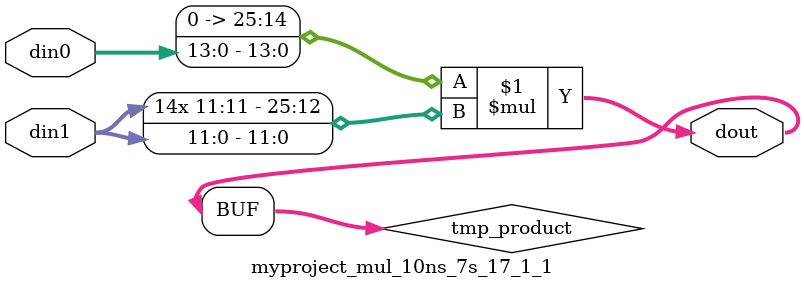
<source format=v>

`timescale 1 ns / 1 ps

 module myproject_mul_10ns_7s_17_1_1(din0, din1, dout);
parameter ID = 1;
parameter NUM_STAGE = 0;
parameter din0_WIDTH = 14;
parameter din1_WIDTH = 12;
parameter dout_WIDTH = 26;

input [din0_WIDTH - 1 : 0] din0; 
input [din1_WIDTH - 1 : 0] din1; 
output [dout_WIDTH - 1 : 0] dout;

wire signed [dout_WIDTH - 1 : 0] tmp_product;

























assign tmp_product = $signed({1'b0, din0}) * $signed(din1);










assign dout = tmp_product;





















endmodule

</source>
